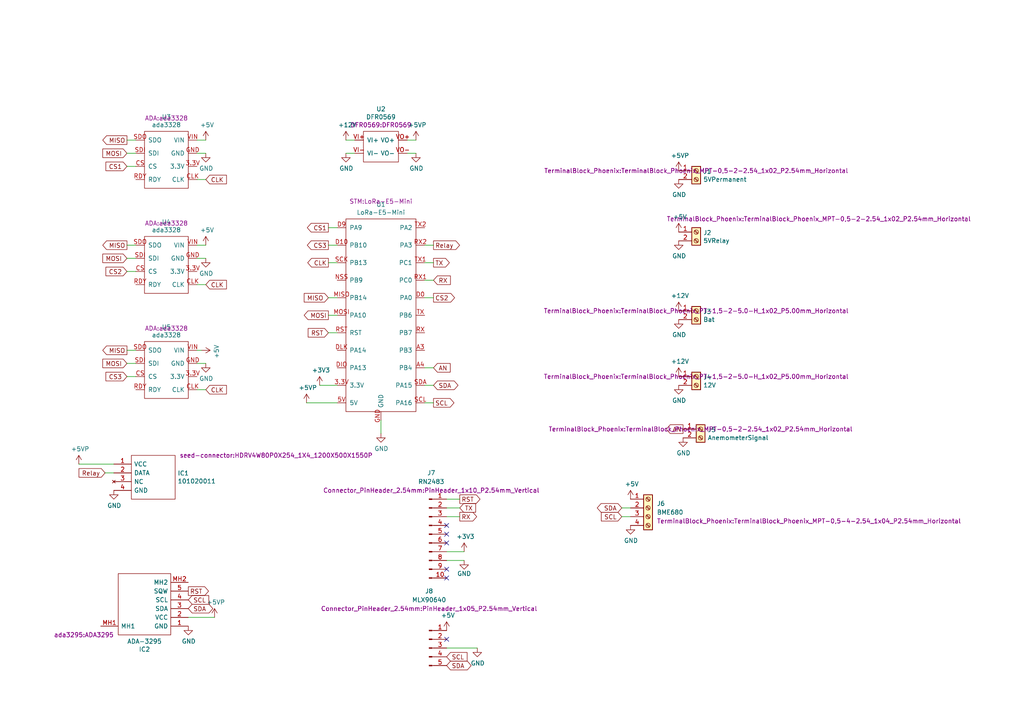
<source format=kicad_sch>
(kicad_sch (version 20211123) (generator eeschema)
  (paper "A4")
  (lib_symbols
    (symbol "ADA:ada3328" (pin_names (offset 1.016))
      (property "Reference" "U" (at 0 11.43 0))
      (property "Value" "ada3328" (at 0 9.4234 0))
      (symbol "ada3328_0_1"
        (rectangle (start -6.35 7.62) (end 6.35 -8.89))
      )
      (symbol "ada3328_1_1"
        (pin power_in line (at 8.89 -2.54 180) (length 2.54) (name "3.3V") (number "3.3V"))
        (pin input line (at 8.89 -6.35 180) (length 2.54) (name "CLK") (number "CLK"))
        (pin input line (at -8.89 -2.54 0) (length 2.54) (name "CS") (number "CS"))
        (pin power_in line (at 8.89 1.27 180) (length 2.54) (name "GND") (number "GND"))
        (pin input line (at -8.89 -6.35 0) (length 2.54) (name "RDY") (number "RDY"))
        (pin input line (at -8.89 1.27 0) (length 2.54) (name "SDI") (number "SDI"))
        (pin output line (at -8.89 5.08 0) (length 2.54) (name "SDO") (number "SDO"))
        (pin power_in line (at 8.89 5.08 180) (length 2.54) (name "VIN") (number "VIN"))
      )
    )
    (symbol "Connector:Conn_01x05_Male" (pin_names (offset 1.016) hide)
      (property "Reference" "J" (at 0 7.62 0))
      (property "Value" "Conn_01x05_Male" (at 0 -7.62 0))
      (symbol "Conn_01x05_Male_1_1"
        (polyline (pts (xy 1.27 -5.08) (xy 0.8636 -5.08)) (stroke (width 0.1524)))
        (polyline (pts (xy 1.27 -2.54) (xy 0.8636 -2.54)) (stroke (width 0.1524)))
        (polyline (pts (xy 1.27 0) (xy 0.8636 0)) (stroke (width 0.1524)))
        (polyline (pts (xy 1.27 2.54) (xy 0.8636 2.54)) (stroke (width 0.1524)))
        (polyline (pts (xy 1.27 5.08) (xy 0.8636 5.08)) (stroke (width 0.1524)))
        (rectangle (start 0.8636 -4.953) (end 0 -5.207) (stroke (width 0.1524)) (fill (type outline)))
        (rectangle (start 0.8636 -2.413) (end 0 -2.667) (stroke (width 0.1524)) (fill (type outline)))
        (rectangle (start 0.8636 0.127) (end 0 -0.127) (stroke (width 0.1524)) (fill (type outline)))
        (rectangle (start 0.8636 2.667) (end 0 2.413) (stroke (width 0.1524)) (fill (type outline)))
        (rectangle (start 0.8636 5.207) (end 0 4.953) (stroke (width 0.1524)) (fill (type outline)))
        (pin passive line (at 5.08 5.08 180) (length 3.81) (name "Pin_1") (number "1"))
        (pin passive line (at 5.08 2.54 180) (length 3.81) (name "Pin_2") (number "2"))
        (pin passive line (at 5.08 0 180) (length 3.81) (name "Pin_3") (number "3"))
        (pin passive line (at 5.08 -2.54 180) (length 3.81) (name "Pin_4") (number "4"))
        (pin passive line (at 5.08 -5.08 180) (length 3.81) (name "Pin_5") (number "5"))
      )
    )
    (symbol "Connector:Conn_01x10_Male" (pin_names (offset 1.016) hide)
      (property "Reference" "J" (at 0 12.7 0))
      (property "Value" "Conn_01x10_Male" (at 0 -15.24 0))
      (symbol "Conn_01x10_Male_1_1"
        (polyline (pts (xy 1.27 -12.7) (xy 0.8636 -12.7)) (stroke (width 0.1524)))
        (polyline (pts (xy 1.27 -10.16) (xy 0.8636 -10.16)) (stroke (width 0.1524)))
        (polyline (pts (xy 1.27 -7.62) (xy 0.8636 -7.62)) (stroke (width 0.1524)))
        (polyline (pts (xy 1.27 -5.08) (xy 0.8636 -5.08)) (stroke (width 0.1524)))
        (polyline (pts (xy 1.27 -2.54) (xy 0.8636 -2.54)) (stroke (width 0.1524)))
        (polyline (pts (xy 1.27 0) (xy 0.8636 0)) (stroke (width 0.1524)))
        (polyline (pts (xy 1.27 2.54) (xy 0.8636 2.54)) (stroke (width 0.1524)))
        (polyline (pts (xy 1.27 5.08) (xy 0.8636 5.08)) (stroke (width 0.1524)))
        (polyline (pts (xy 1.27 7.62) (xy 0.8636 7.62)) (stroke (width 0.1524)))
        (polyline (pts (xy 1.27 10.16) (xy 0.8636 10.16)) (stroke (width 0.1524)))
        (rectangle (start 0.8636 -12.573) (end 0 -12.827) (stroke (width 0.1524)) (fill (type outline)))
        (rectangle (start 0.8636 -10.033) (end 0 -10.287) (stroke (width 0.1524)) (fill (type outline)))
        (rectangle (start 0.8636 -7.493) (end 0 -7.747) (stroke (width 0.1524)) (fill (type outline)))
        (rectangle (start 0.8636 -4.953) (end 0 -5.207) (stroke (width 0.1524)) (fill (type outline)))
        (rectangle (start 0.8636 -2.413) (end 0 -2.667) (stroke (width 0.1524)) (fill (type outline)))
        (rectangle (start 0.8636 0.127) (end 0 -0.127) (stroke (width 0.1524)) (fill (type outline)))
        (rectangle (start 0.8636 2.667) (end 0 2.413) (stroke (width 0.1524)) (fill (type outline)))
        (rectangle (start 0.8636 5.207) (end 0 4.953) (stroke (width 0.1524)) (fill (type outline)))
        (rectangle (start 0.8636 7.747) (end 0 7.493) (stroke (width 0.1524)) (fill (type outline)))
        (rectangle (start 0.8636 10.287) (end 0 10.033) (stroke (width 0.1524)) (fill (type outline)))
        (pin passive line (at 5.08 10.16 180) (length 3.81) (name "Pin_1") (number "1"))
        (pin passive line (at 5.08 -12.7 180) (length 3.81) (name "Pin_10") (number "10"))
        (pin passive line (at 5.08 7.62 180) (length 3.81) (name "Pin_2") (number "2"))
        (pin passive line (at 5.08 5.08 180) (length 3.81) (name "Pin_3") (number "3"))
        (pin passive line (at 5.08 2.54 180) (length 3.81) (name "Pin_4") (number "4"))
        (pin passive line (at 5.08 0 180) (length 3.81) (name "Pin_5") (number "5"))
        (pin passive line (at 5.08 -2.54 180) (length 3.81) (name "Pin_6") (number "6"))
        (pin passive line (at 5.08 -5.08 180) (length 3.81) (name "Pin_7") (number "7"))
        (pin passive line (at 5.08 -7.62 180) (length 3.81) (name "Pin_8") (number "8"))
        (pin passive line (at 5.08 -10.16 180) (length 3.81) (name "Pin_9") (number "9"))
      )
    )
    (symbol "Connector:Screw_Terminal_01x02" (pin_names (offset 1.016) hide)
      (property "Reference" "J" (at 0 2.54 0))
      (property "Value" "Screw_Terminal_01x02" (at 0 -5.08 0))
      (symbol "Screw_Terminal_01x02_1_1"
        (rectangle (start -1.27 1.27) (end 1.27 -3.81) (stroke (width 0.254)) (fill (type background)))
        (circle (center 0 -2.54) (radius 0.635) (stroke (width 0.1524)))
        (polyline (pts (xy -0.5334 -2.2098) (xy 0.3302 -3.048)) (stroke (width 0.1524)))
        (polyline (pts (xy -0.5334 0.3302) (xy 0.3302 -0.508)) (stroke (width 0.1524)))
        (polyline (pts (xy -0.3556 -2.032) (xy 0.508 -2.8702)) (stroke (width 0.1524)))
        (polyline (pts (xy -0.3556 0.508) (xy 0.508 -0.3302)) (stroke (width 0.1524)))
        (circle (center 0 0) (radius 0.635) (stroke (width 0.1524)))
        (pin passive line (at -5.08 0 0) (length 3.81) (name "Pin_1") (number "1"))
        (pin passive line (at -5.08 -2.54 0) (length 3.81) (name "Pin_2") (number "2"))
      )
    )
    (symbol "Connector:Screw_Terminal_01x04" (pin_names (offset 1.016) hide)
      (property "Reference" "J" (at 0 5.08 0))
      (property "Value" "Screw_Terminal_01x04" (at 0 -7.62 0))
      (symbol "Screw_Terminal_01x04_1_1"
        (rectangle (start -1.27 3.81) (end 1.27 -6.35) (stroke (width 0.254)) (fill (type background)))
        (circle (center 0 -5.08) (radius 0.635) (stroke (width 0.1524)))
        (circle (center 0 -2.54) (radius 0.635) (stroke (width 0.1524)))
        (polyline (pts (xy -0.5334 -4.7498) (xy 0.3302 -5.588)) (stroke (width 0.1524)))
        (polyline (pts (xy -0.5334 -2.2098) (xy 0.3302 -3.048)) (stroke (width 0.1524)))
        (polyline (pts (xy -0.5334 0.3302) (xy 0.3302 -0.508)) (stroke (width 0.1524)))
        (polyline (pts (xy -0.5334 2.8702) (xy 0.3302 2.032)) (stroke (width 0.1524)))
        (polyline (pts (xy -0.3556 -4.572) (xy 0.508 -5.4102)) (stroke (width 0.1524)))
        (polyline (pts (xy -0.3556 -2.032) (xy 0.508 -2.8702)) (stroke (width 0.1524)))
        (polyline (pts (xy -0.3556 0.508) (xy 0.508 -0.3302)) (stroke (width 0.1524)))
        (polyline (pts (xy -0.3556 3.048) (xy 0.508 2.2098)) (stroke (width 0.1524)))
        (circle (center 0 0) (radius 0.635) (stroke (width 0.1524)))
        (circle (center 0 2.54) (radius 0.635) (stroke (width 0.1524)))
        (pin passive line (at -5.08 2.54 0) (length 3.81) (name "Pin_1") (number "1"))
        (pin passive line (at -5.08 0 0) (length 3.81) (name "Pin_2") (number "2"))
        (pin passive line (at -5.08 -2.54 0) (length 3.81) (name "Pin_3") (number "3"))
        (pin passive line (at -5.08 -5.08 0) (length 3.81) (name "Pin_4") (number "4"))
      )
    )
    (symbol "DFR0569:DFR0569" (pin_names (offset 1.016))
      (property "Reference" "U" (at 0 0 0))
      (property "Value" "DFR0569" (at 0 -2.54 0))
      (symbol "DFR0569_0_1"
        (rectangle (start -5.08 -5.08) (end 5.08 -13.97))
      )
      (symbol "DFR0569_1_1"
        (pin input line (at -7.62 -7.62 0) (length 2.54) (name "VI+") (number "VI+"))
        (pin input line (at -7.62 -11.43 0) (length 2.54) (name "VI-") (number "VI-"))
        (pin output line (at 7.62 -7.62 180) (length 2.54) (name "VO+") (number "VO+"))
        (pin output line (at 7.62 -11.43 180) (length 2.54) (name "VO-") (number "VO-"))
      )
    )
    (symbol "STM:LoRa-E5-Mini" (pin_names (offset 1.016))
      (property "Reference" "U" (at 0 33.02 0))
      (property "Value" "LoRa-E5-Mini" (at 0 31.0134 0))
      (property "Footprint" "STM:LoRa-E5-Mini" (at 0 33.02 0))
      (symbol "LoRa-E5-Mini_0_1"
        (rectangle (start -10.16 27.94) (end 10.16 -27.94))
      )
      (symbol "LoRa-E5-Mini_1_1"
        (pin power_in line (at -12.7 -20.32 0) (length 2.54) (name "3.3V") (number "3.3V"))
        (pin power_in line (at -12.7 -25.4 0) (length 2.54) (name "5V") (number "5V"))
        (pin input line (at 12.7 -10.16 180) (length 2.54) (name "PB3") (number "A3"))
        (pin input line (at 12.7 -15.24 180) (length 2.54) (name "PB4") (number "A4"))
        (pin bidirectional line (at 12.7 5.08 180) (length 2.54) (name "PA0") (number "D0"))
        (pin bidirectional line (at -12.7 20.32 0) (length 2.54) (name "PB10") (number "D10"))
        (pin bidirectional line (at -12.7 25.4 0) (length 2.54) (name "PA9") (number "D9"))
        (pin unspecified line (at -12.7 -15.24 0) (length 2.54) (name "PA13") (number "DIO"))
        (pin unspecified line (at -12.7 -10.16 0) (length 2.54) (name "PA14") (number "DLK"))
        (pin power_in line (at 0 -30.48 90) (length 2.54) (name "GND") (number "GND"))
        (pin input line (at -12.7 5.08 0) (length 2.54) (name "PB14") (number "MISO"))
        (pin output line (at -12.7 0 0) (length 2.54) (name "PA10") (number "MOSI"))
        (pin output line (at -12.7 10.16 0) (length 2.54) (name "PB9") (number "NSS"))
        (pin input line (at -12.7 -5.08 0) (length 2.54) (name "RST") (number "RST"))
        (pin input line (at 12.7 -5.08 180) (length 2.54) (name "PB7") (number "RX"))
        (pin input line (at 12.7 10.16 180) (length 2.54) (name "PC0") (number "RX1"))
        (pin input line (at 12.7 20.32 180) (length 2.54) (name "PA3") (number "RX2"))
        (pin output line (at -12.7 15.24 0) (length 2.54) (name "PB13") (number "SCK"))
        (pin output line (at 12.7 -25.4 180) (length 2.54) (name "PA16") (number "SCL"))
        (pin bidirectional line (at 12.7 -20.32 180) (length 2.54) (name "PA15") (number "SDA"))
        (pin output line (at 12.7 0 180) (length 2.54) (name "PB6") (number "TX"))
        (pin output line (at 12.7 15.24 180) (length 2.54) (name "PC1") (number "TX1"))
        (pin output line (at 12.7 25.4 180) (length 2.54) (name "PA2") (number "TX2"))
      )
    )
    (symbol "ada3295:ADA-3295" (pin_names (offset 0.762))
      (property "Reference" "IC" (at 21.59 7.62 0))
      (property "Value" "ADA-3295" (at 21.59 5.08 0))
      (symbol "ADA-3295_0_0"
        (pin passive line (at 0 0 0) (length 5.08) (name "GND") (number "1"))
        (pin passive line (at 0 -2.54 0) (length 5.08) (name "VCC") (number "2"))
        (pin passive line (at 0 -5.08 0) (length 5.08) (name "SDA") (number "3"))
        (pin passive line (at 0 -7.62 0) (length 5.08) (name "SCL") (number "4"))
        (pin passive line (at 0 -10.16 0) (length 5.08) (name "SQW") (number "5"))
        (pin passive line (at 25.4 0 180) (length 5.08) (name "MH1") (number "MH1"))
        (pin passive line (at 0 -12.7 0) (length 5.08) (name "MH2") (number "MH2"))
      )
      (symbol "ADA-3295_0_1"
        (polyline (pts (xy 5.08 2.54) (xy 20.32 2.54) (xy 20.32 -15.24) (xy 5.08 -15.24) (xy 5.08 2.54)) (stroke (width 0.1524)))
      )
    )
    (symbol "demonstrateur-rescue:+3.3V-power" (power) (pin_names (offset 0))
      (property "Value" "+3.3V-power" (at 0 3.556 0))
      (symbol "+3.3V-power_0_1"
        (polyline (pts (xy -0.762 1.27) (xy 0 2.54)))
        (polyline (pts (xy 0 0) (xy 0 2.54)))
        (polyline (pts (xy 0 2.54) (xy 0.762 1.27)))
      )
      (symbol "+3.3V-power_1_1"
        (pin power_in line (at 0 0 90) (length 0) hide (name "+3V3") (number "1"))
      )
    )
    (symbol "power:+12V" (power) (pin_names (offset 0))
      (property "Value" "+12V" (at 0 3.556 0))
      (symbol "+12V_0_1"
        (polyline (pts (xy -0.762 1.27) (xy 0 2.54)))
        (polyline (pts (xy 0 0) (xy 0 2.54)))
        (polyline (pts (xy 0 2.54) (xy 0.762 1.27)))
      )
      (symbol "+12V_1_1"
        (pin power_in line (at 0 0 90) (length 0) hide (name "+12V") (number "1"))
      )
    )
    (symbol "power:+5V" (power) (pin_names (offset 0))
      (property "Value" "+5V" (at 0 3.556 0))
      (symbol "+5V_0_1"
        (polyline (pts (xy -0.762 1.27) (xy 0 2.54)))
        (polyline (pts (xy 0 0) (xy 0 2.54)))
        (polyline (pts (xy 0 2.54) (xy 0.762 1.27)))
      )
      (symbol "+5V_1_1"
        (pin power_in line (at 0 0 90) (length 0) hide (name "+5V") (number "1"))
      )
    )
    (symbol "power:+5VP" (power) (pin_names (offset 0))
      (property "Value" "+5VP" (at 0 3.556 0))
      (symbol "+5VP_0_1"
        (polyline (pts (xy -0.762 1.27) (xy 0 2.54)))
        (polyline (pts (xy 0 0) (xy 0 2.54)))
        (polyline (pts (xy 0 2.54) (xy 0.762 1.27)))
      )
      (symbol "+5VP_1_1"
        (pin power_in line (at 0 0 90) (length 0) hide (name "+5VP") (number "1"))
      )
    )
    (symbol "power:GND" (power) (pin_names (offset 0))
      (property "Value" "GND" (at 0 -3.81 0))
      (symbol "GND_0_1"
        (polyline (pts (xy 0 0) (xy 0 -1.27) (xy 1.27 -1.27) (xy 0 -2.54) (xy -1.27 -1.27) (xy 0 -1.27)))
      )
      (symbol "GND_1_1"
        (pin power_in line (at 0 0 270) (length 0) hide (name "GND") (number "1"))
      )
    )
    (symbol "seed-connector:101020011" (pin_names (offset 0.762))
      (property "Reference" "IC" (at 19.05 7.62 0))
      (property "Value" "101020011" (at 19.05 5.08 0))
      (symbol "101020011_0_0"
        (pin passive line (at 0 0 0) (length 5.08) (name "VCC") (number "1"))
        (pin passive line (at 0 -2.54 0) (length 5.08) (name "DATA") (number "2"))
        (pin no_connect line (at 0 -5.08 0) (length 5.08) (name "NC") (number "3"))
        (pin passive line (at 0 -7.62 0) (length 5.08) (name "GND") (number "4"))
      )
      (symbol "101020011_0_1"
        (polyline (pts (xy 5.08 2.54) (xy 17.78 2.54) (xy 17.78 -10.16) (xy 5.08 -10.16) (xy 5.08 2.54)) (stroke (width 0.1524)))
      )
    )
  )
  (no_connect (at 129.54 152.4))
  (no_connect (at 129.54 165.1))
  (no_connect (at 129.54 185.42))
  (no_connect (at 129.54 167.64))
  (no_connect (at 129.54 157.48))
  (no_connect (at 129.54 154.94))
  (wire (pts (xy 54.61 179.07) (xy 62.23 179.07)))
  (wire (pts (xy 123.19 81.28) (xy 125.73 81.28)))
  (wire (pts (xy 57.15 52.07) (xy 59.69 52.07)))
  (wire (pts (xy 95.25 91.44) (xy 97.79 91.44)))
  (wire (pts (xy 100.33 40.64) (xy 102.87 40.64)))
  (wire (pts (xy 129.54 187.96) (xy 138.43 187.96)))
  (wire (pts (xy 36.83 74.93) (xy 39.37 74.93)))
  (wire (pts (xy 102.87 44.45) (xy 100.33 44.45)))
  (wire (pts (xy 180.34 147.32) (xy 182.88 147.32)))
  (wire (pts (xy 125.73 76.2) (xy 123.19 76.2)))
  (wire (pts (xy 123.19 71.12) (xy 125.73 71.12)))
  (wire (pts (xy 129.54 147.32) (xy 133.35 147.32)))
  (wire (pts (xy 110.49 121.92) (xy 110.49 125.73)))
  (wire (pts (xy 95.25 71.12) (xy 97.79 71.12)))
  (wire (pts (xy 30.48 137.16) (xy 33.02 137.16)))
  (wire (pts (xy 95.25 66.04) (xy 97.79 66.04)))
  (wire (pts (xy 36.83 101.6) (xy 39.37 101.6)))
  (wire (pts (xy 36.83 71.12) (xy 39.37 71.12)))
  (wire (pts (xy 125.73 106.68) (xy 123.19 106.68)))
  (wire (pts (xy 59.69 74.93) (xy 57.15 74.93)))
  (wire (pts (xy 36.83 105.41) (xy 39.37 105.41)))
  (wire (pts (xy 88.9 116.84) (xy 97.79 116.84)))
  (wire (pts (xy 57.15 82.55) (xy 59.69 82.55)))
  (wire (pts (xy 123.19 86.36) (xy 125.73 86.36)))
  (wire (pts (xy 57.15 101.6) (xy 58.42 101.6)))
  (wire (pts (xy 123.19 111.76) (xy 125.73 111.76)))
  (wire (pts (xy 97.79 111.76) (xy 92.71 111.76)))
  (wire (pts (xy 36.83 78.74) (xy 39.37 78.74)))
  (wire (pts (xy 36.83 48.26) (xy 39.37 48.26)))
  (wire (pts (xy 36.83 40.64) (xy 39.37 40.64)))
  (wire (pts (xy 22.86 134.62) (xy 33.02 134.62)))
  (wire (pts (xy 129.54 160.02) (xy 134.62 160.02)))
  (wire (pts (xy 36.83 109.22) (xy 39.37 109.22)))
  (wire (pts (xy 118.11 40.64) (xy 120.65 40.64)))
  (wire (pts (xy 129.54 144.78) (xy 133.35 144.78)))
  (wire (pts (xy 180.34 149.86) (xy 182.88 149.86)))
  (wire (pts (xy 129.54 149.86) (xy 133.35 149.86)))
  (wire (pts (xy 123.19 116.84) (xy 125.73 116.84)))
  (wire (pts (xy 57.15 113.03) (xy 59.69 113.03)))
  (wire (pts (xy 59.69 44.45) (xy 57.15 44.45)))
  (wire (pts (xy 57.15 40.64) (xy 59.69 40.64)))
  (wire (pts (xy 36.83 44.45) (xy 39.37 44.45)))
  (wire (pts (xy 120.65 44.45) (xy 118.11 44.45)))
  (wire (pts (xy 57.15 71.12) (xy 59.69 71.12)))
  (wire (pts (xy 59.69 105.41) (xy 57.15 105.41)))
  (wire (pts (xy 95.25 96.52) (xy 97.79 96.52)))
  (wire (pts (xy 95.25 76.2) (xy 97.79 76.2)))
  (wire (pts (xy 129.54 162.56) (xy 134.62 162.56)))
  (wire (pts (xy 95.25 86.36) (xy 97.79 86.36)))
  (global_label "MOSI" (shape output) (at 95.25 91.44 180) (property "Intersheet References" "${INTERSHEET_REFS}" (effects hide)))
  (global_label "SDA" (shape bidirectional) (at 125.73 111.76 0) (property "Intersheet References" "${INTERSHEET_REFS}" (effects hide)))
  (global_label "CS1" (shape input) (at 36.83 48.26 180) (property "Intersheet References" "${INTERSHEET_REFS}" (effects hide)))
  (global_label "MOSI" (shape input) (at 36.83 74.93 180) (property "Intersheet References" "${INTERSHEET_REFS}" (effects hide)))
  (global_label "TX" (shape input) (at 133.35 147.32 0) (property "Intersheet References" "${INTERSHEET_REFS}" (effects hide)))
  (global_label "SDA" (shape bidirectional) (at 180.34 147.32 180) (property "Intersheet References" "${INTERSHEET_REFS}" (effects hide)))
  (global_label "MISO" (shape input) (at 95.25 86.36 180) (property "Intersheet References" "${INTERSHEET_REFS}" (effects hide)))
  (global_label "CS2" (shape output) (at 125.73 86.36 0) (property "Intersheet References" "${INTERSHEET_REFS}" (effects hide)))
  (global_label "CS3" (shape output) (at 95.25 71.12 180) (property "Intersheet References" "${INTERSHEET_REFS}" (effects hide)))
  (global_label "RX" (shape output) (at 133.35 149.86 0) (property "Intersheet References" "${INTERSHEET_REFS}" (effects hide)))
  (global_label "MISO" (shape output) (at 36.83 40.64 180) (property "Intersheet References" "${INTERSHEET_REFS}" (effects hide)))
  (global_label "RST" (shape output) (at 54.61 171.45 0) (property "Intersheet References" "${INTERSHEET_REFS}" (effects hide)))
  (global_label "CS1" (shape output) (at 95.25 66.04 180) (property "Intersheet References" "${INTERSHEET_REFS}" (effects hide)))
  (global_label "CLK" (shape output) (at 95.25 76.2 180) (property "Intersheet References" "${INTERSHEET_REFS}" (effects hide)))
  (global_label "MISO" (shape output) (at 36.83 71.12 180) (property "Intersheet References" "${INTERSHEET_REFS}" (effects hide)))
  (global_label "CS2" (shape input) (at 36.83 78.74 180) (property "Intersheet References" "${INTERSHEET_REFS}" (effects hide)))
  (global_label "CS3" (shape input) (at 36.83 109.22 180) (property "Intersheet References" "${INTERSHEET_REFS}" (effects hide)))
  (global_label "RX" (shape input) (at 125.73 81.28 0) (property "Intersheet References" "${INTERSHEET_REFS}" (effects hide)))
  (global_label "AN" (shape input) (at 125.73 106.68 0) (property "Intersheet References" "${INTERSHEET_REFS}" (effects hide)))
  (global_label "RST" (shape input) (at 95.25 96.52 180) (property "Intersheet References" "${INTERSHEET_REFS}" (effects hide)))
  (global_label "CLK" (shape input) (at 59.69 52.07 0) (property "Intersheet References" "${INTERSHEET_REFS}" (effects hide)))
  (global_label "SCL" (shape input) (at 129.54 190.5 0) (property "Intersheet References" "${INTERSHEET_REFS}" (effects hide)))
  (global_label "RST" (shape output) (at 133.35 144.78 0) (property "Intersheet References" "${INTERSHEET_REFS}" (effects hide)))
  (global_label "SCL" (shape output) (at 125.73 116.84 0) (property "Intersheet References" "${INTERSHEET_REFS}" (effects hide)))
  (global_label "MOSI" (shape input) (at 36.83 44.45 180) (property "Intersheet References" "${INTERSHEET_REFS}" (effects hide)))
  (global_label "TX" (shape output) (at 125.73 76.2 0) (property "Intersheet References" "${INTERSHEET_REFS}" (effects hide)))
  (global_label "Relay" (shape output) (at 125.73 71.12 0) (property "Intersheet References" "${INTERSHEET_REFS}" (effects hide)))
  (global_label "AN" (shape output) (at 198.12 124.46 180) (property "Intersheet References" "${INTERSHEET_REFS}" (effects hide)))
  (global_label "SDA" (shape bidirectional) (at 129.54 193.04 0) (property "Intersheet References" "${INTERSHEET_REFS}" (effects hide)))
  (global_label "SDA" (shape bidirectional) (at 54.61 176.53 0) (property "Intersheet References" "${INTERSHEET_REFS}" (effects hide)))
  (global_label "MOSI" (shape input) (at 36.83 105.41 180) (property "Intersheet References" "${INTERSHEET_REFS}" (effects hide)))
  (global_label "CLK" (shape input) (at 59.69 113.03 0) (property "Intersheet References" "${INTERSHEET_REFS}" (effects hide)))
  (global_label "Relay" (shape input) (at 30.48 137.16 180) (property "Intersheet References" "${INTERSHEET_REFS}" (effects hide)))
  (global_label "MISO" (shape output) (at 36.83 101.6 180) (property "Intersheet References" "${INTERSHEET_REFS}" (effects hide)))
  (global_label "SCL" (shape input) (at 54.61 173.99 0) (property "Intersheet References" "${INTERSHEET_REFS}" (effects hide)))
  (global_label "SCL" (shape input) (at 180.34 149.86 180) (property "Intersheet References" "${INTERSHEET_REFS}" (effects hide)))
  (global_label "CLK" (shape input) (at 59.69 82.55 0) (property "Intersheet References" "${INTERSHEET_REFS}" (effects hide)))
  (symbol (lib_id "STM:LoRa-E5-Mini") (at 110.49 91.44 0) (unit 1)
    (property "Reference" "U1" (at 110.49 59.309 0))
    (property "Value" "LoRa-E5-Mini" (at 110.49 61.6204 0))
    (property "Footprint" "STM:LoRa-E5-Mini" (at 110.49 58.42 0))
  )
  (symbol (lib_id "ADA:ada3328") (at 48.26 45.72 0) (unit 1)
    (property "Reference" "U3" (at 48.26 33.909 0))
    (property "Value" "ada3328" (at 48.26 36.2204 0))
    (property "Footprint" "ADA:ada3328" (at 48.26 34.29 0))
  )
  (symbol (lib_id "ADA:ada3328") (at 48.26 76.2 0) (unit 1)
    (property "Reference" "U4" (at 48.26 64.389 0))
    (property "Value" "ada3328" (at 48.26 66.7004 0))
    (property "Footprint" "ADA:ada3328" (at 48.26 64.77 0))
  )
  (symbol (lib_id "ADA:ada3328") (at 48.26 106.68 0) (unit 1)
    (property "Reference" "U5" (at 48.26 94.869 0))
    (property "Value" "ada3328" (at 48.26 97.1804 0))
    (property "Footprint" "ADA:ada3328" (at 48.26 95.25 0))
  )
  (symbol (lib_id "Connector:Screw_Terminal_01x02") (at 201.93 49.53 0) (unit 1)
    (property "Reference" "J1" (at 203.962 49.7332 0) (effects (justify left)))
    (property "Value" "5VPermanent" (at 203.962 52.0446 0) (effects (justify left)))
    (property "Footprint" "TerminalBlock_Phoenix:TerminalBlock_Phoenix_MPT-0,5-2-2.54_1x02_P2.54mm_Horizontal" (at 201.93 49.53 0))
  )
  (symbol (lib_id "power:GND") (at 196.85 52.07 0) (unit 1)
    (property "Reference" "#PWR0116" (effects hide))
    (property "Value" "GND" (at 196.977 56.4642 0))
  )
  (symbol (lib_id "power:GND") (at 110.49 125.73 0) (unit 1)
    (property "Reference" "#PWR0119" (effects hide))
    (property "Value" "GND" (at 110.617 130.1242 0))
  )
  (symbol (lib_id "power:+5V") (at 58.42 101.6 270) (unit 1)
    (property "Reference" "#PWR0104" (effects hide))
    (property "Value" "+5V" (at 62.8142 101.981 0))
  )
  (symbol (lib_id "power:+5V") (at 59.69 71.12 0) (unit 1)
    (property "Reference" "#PWR0101" (effects hide))
    (property "Value" "+5V" (at 60.071 66.7258 0))
  )
  (symbol (lib_id "power:+5V") (at 59.69 40.64 0) (unit 1)
    (property "Reference" "#PWR0102" (effects hide))
    (property "Value" "+5V" (at 60.071 36.2458 0))
  )
  (symbol (lib_id "Connector:Screw_Terminal_01x02") (at 203.2 124.46 0) (unit 1)
    (property "Reference" "J5" (at 205.232 124.6632 0) (effects (justify left)))
    (property "Value" "AnemometerSignal" (at 205.232 126.9746 0) (effects (justify left)))
    (property "Footprint" "TerminalBlock_Phoenix:TerminalBlock_Phoenix_MPT-0,5-2-2.54_1x02_P2.54mm_Horizontal" (at 203.2 124.46 0))
  )
  (symbol (lib_id "power:GND") (at 198.12 127 0) (unit 1)
    (property "Reference" "#PWR0124" (effects hide))
    (property "Value" "GND" (at 198.247 131.3942 0))
  )
  (symbol (lib_id "Connector:Screw_Terminal_01x02") (at 201.93 67.31 0) (unit 1)
    (property "Reference" "J2" (at 203.962 67.5132 0) (effects (justify left)))
    (property "Value" "5VRelay" (at 203.962 69.8246 0) (effects (justify left)))
    (property "Footprint" "TerminalBlock_Phoenix:TerminalBlock_Phoenix_MPT-0,5-2-2.54_1x02_P2.54mm_Horizontal" (at 237.49 63.5 0))
  )
  (symbol (lib_id "power:+5V") (at 196.85 67.31 0) (unit 1)
    (property "Reference" "#PWR0115" (effects hide))
    (property "Value" "+5V" (at 197.231 62.9158 0))
  )
  (symbol (lib_id "power:GND") (at 196.85 69.85 0) (unit 1)
    (property "Reference" "#PWR0113" (effects hide))
    (property "Value" "GND" (at 196.977 74.2442 0))
  )
  (symbol (lib_id "Connector:Screw_Terminal_01x02") (at 201.93 109.22 0) (unit 1)
    (property "Reference" "J4" (at 203.962 109.4232 0) (effects (justify left)))
    (property "Value" "12V" (at 203.962 111.7346 0) (effects (justify left)))
    (property "Footprint" "TerminalBlock_Phoenix:TerminalBlock_Phoenix_PT-1,5-2-5.0-H_1x02_P5.00mm_Horizontal" (at 201.93 109.22 0))
  )
  (symbol (lib_id "power:GND") (at 196.85 111.76 0) (unit 1)
    (property "Reference" "#PWR0122" (effects hide))
    (property "Value" "GND" (at 196.977 116.1542 0))
  )
  (symbol (lib_id "Connector:Screw_Terminal_01x02") (at 201.93 90.17 0) (unit 1)
    (property "Reference" "J3" (at 203.962 90.3732 0) (effects (justify left)))
    (property "Value" "Bat" (at 203.962 92.6846 0) (effects (justify left)))
    (property "Footprint" "TerminalBlock_Phoenix:TerminalBlock_Phoenix_PT-1,5-2-5.0-H_1x02_P5.00mm_Horizontal" (at 201.93 90.17 0))
  )
  (symbol (lib_id "power:GND") (at 196.85 92.71 0) (unit 1)
    (property "Reference" "#PWR0118" (effects hide))
    (property "Value" "GND" (at 196.977 97.1042 0))
  )
  (symbol (lib_id "ada3295:ADA-3295") (at 54.61 181.61 180) (unit 1)
    (property "Reference" "IC2" (at 41.91 188.341 0))
    (property "Value" "ADA-3295" (at 41.91 186.0296 0))
    (property "Footprint" "ada3295:ADA3295" (at 33.02 184.15 0) (effects (justify left)))
    (property "Datasheet" "https://learn.adafruit.com/adafruit-pcf8523-real-time-clock/downloads" (effects hide))
    (property "Description" "Real Time Clock module" (effects hide))
    (property "Height" "3.5" (effects hide))
    (property "Manufacturer_Name" "Adafruit" (effects hide))
    (property "Manufacturer_Part_Number" "ADA-3295" (effects hide))
  )
  (symbol (lib_id "power:+12V") (at 196.85 109.22 0) (unit 1)
    (property "Reference" "#PWR0123" (effects hide))
    (property "Value" "+12V" (at 197.231 104.8258 0))
  )
  (symbol (lib_id "power:+12V") (at 196.85 90.17 0) (unit 1)
    (property "Reference" "#PWR0117" (effects hide))
    (property "Value" "+12V" (at 197.231 85.7758 0))
  )
  (symbol (lib_id "seed-connector:101020011") (at 33.02 134.62 0) (unit 1)
    (property "Reference" "IC1" (at 51.5112 137.2616 0) (effects (justify left)))
    (property "Value" "101020011" (at 51.5112 139.573 0) (effects (justify left)))
    (property "Footprint" "seed-connector:HDRV4W80P0X254_1X4_1200X500X1550P" (at 52.07 132.08 0) (effects (justify left)))
    (property "Datasheet" "https://componentsearchengine.com/Datasheets/1/101020011.pdf" (effects hide))
    (property "Description" "Multiple Function Sensor Development Tools Grove - Temp&Humi Sensor" (effects hide))
    (property "Height" "15.5" (effects hide))
    (property "Manufacturer_Name" "Seeed Studio" (effects hide))
    (property "Manufacturer_Part_Number" "101020011" (effects hide))
    (property "Mouser Part Number" "713-101020011" (effects hide))
    (property "Mouser Price/Stock" "https://www.mouser.co.uk/ProductDetail/Seeed-Studio/101020011?qs=1%252B9yuXKSi8Dq%252B99bte6U5Q%3D%3D" (effects hide))
    (property "Arrow Part Number" "101020011" (effects hide))
    (property "Arrow Price/Stock" "https://www.arrow.com/en/products/101020011/seeed-technology-limited?region=nac" (effects hide))
  )
  (symbol (lib_id "DFR0569:DFR0569") (at 110.49 33.02 0) (unit 1)
    (property "Reference" "U2" (at 110.49 31.623 0))
    (property "Value" "DFR0569" (at 110.49 33.9344 0))
    (property "Footprint" "DFR0569:DFR0569" (at 110.49 36.2458 0))
  )
  (symbol (lib_id "power:+5VP") (at 62.23 179.07 0) (unit 1)
    (property "Reference" "#PWR0110" (effects hide))
    (property "Value" "+5VP" (at 62.611 174.6758 0))
  )
  (symbol (lib_id "power:GND") (at 54.61 181.61 0) (unit 1)
    (property "Reference" "#PWR0109" (effects hide))
    (property "Value" "GND" (at 54.737 186.0042 0))
  )
  (symbol (lib_id "power:+12V") (at 100.33 40.64 0) (unit 1)
    (property "Reference" "#PWR0111" (effects hide))
    (property "Value" "+12V" (at 100.711 36.2458 0))
  )
  (symbol (lib_id "power:GND") (at 100.33 44.45 0) (unit 1)
    (property "Reference" "#PWR0112" (effects hide))
    (property "Value" "GND" (at 100.457 48.8442 0))
  )
  (symbol (lib_id "power:+5VP") (at 120.65 40.64 0) (unit 1)
    (property "Reference" "#PWR0125" (effects hide))
    (property "Value" "+5VP" (at 121.031 36.2458 0))
  )
  (symbol (lib_id "power:GND") (at 120.65 44.45 0) (unit 1)
    (property "Reference" "#PWR0126" (effects hide))
    (property "Value" "GND" (at 120.777 48.8442 0))
  )
  (symbol (lib_id "power:+5VP") (at 22.86 134.62 0) (unit 1)
    (property "Reference" "#PWR0103" (effects hide))
    (property "Value" "+5VP" (at 23.241 130.2258 0))
  )
  (symbol (lib_id "power:GND") (at 33.02 142.24 0) (unit 1)
    (property "Reference" "#PWR0107" (effects hide))
    (property "Value" "GND" (at 33.147 146.6342 0))
  )
  (symbol (lib_id "power:GND") (at 182.88 152.4 0) (unit 1)
    (property "Reference" "#PWR0121" (effects hide))
    (property "Value" "GND" (at 183.007 156.7942 0))
  )
  (symbol (lib_id "power:+5VP") (at 88.9 116.84 0) (unit 1)
    (property "Reference" "#PWR0106" (effects hide))
    (property "Value" "+5VP" (at 89.281 112.4458 0))
  )
  (symbol (lib_id "demonstrateur-rescue:+3.3V-power") (at 92.71 111.76 0) (unit 1)
    (property "Reference" "#PWR0108" (effects hide))
    (property "Value" "+3.3V" (at 93.091 107.3658 0))
  )
  (symbol (lib_id "power:+5VP") (at 196.85 49.53 0) (unit 1)
    (property "Reference" "#PWR0114" (effects hide))
    (property "Value" "+5VP" (at 197.231 45.1358 0))
  )
  (symbol (lib_id "power:+5V") (at 129.54 182.88 0) (unit 1)
    (property "Reference" "#PWR0129" (effects hide))
    (property "Value" "+5V" (at 129.921 178.4858 0))
  )
  (symbol (lib_id "Connector:Screw_Terminal_01x04") (at 187.96 147.32 0) (unit 1)
    (property "Reference" "J6" (at 190.5 146.0499 0) (effects (justify left)))
    (property "Value" "BME680" (at 190.5 148.5899 0) (effects (justify left)))
    (property "Footprint" "TerminalBlock_Phoenix:TerminalBlock_Phoenix_MPT-0,5-4-2.54_1x04_P2.54mm_Horizontal" (at 190.5 151.1299 0) (effects (justify left)))
  )
  (symbol (lib_id "power:GND") (at 138.43 187.96 0) (unit 1)
    (property "Reference" "#PWR0127" (effects hide))
    (property "Value" "GND" (at 138.557 192.3542 0))
  )
  (symbol (lib_id "power:GND") (at 59.69 105.41 0) (unit 1)
    (property "Reference" "#PWR0105" (effects hide))
    (property "Value" "GND" (at 59.817 109.8042 0))
  )
  (symbol (lib_id "power:+5V") (at 182.88 144.78 0) (unit 1)
    (property "Reference" "#PWR0120" (effects hide))
    (property "Value" "+5V" (at 183.261 140.3858 0))
  )
  (symbol (lib_id "Connector:Conn_01x10_Male") (at 124.46 154.94 0) (unit 1)
    (property "Reference" "J7" (at 125.095 137.16 0))
    (property "Value" "RN2483" (at 125.095 139.7 0))
    (property "Footprint" "Connector_PinHeader_2.54mm:PinHeader_1x10_P2.54mm_Vertical" (at 125.095 142.24 0))
  )
  (symbol (lib_id "power:GND") (at 59.69 74.93 0) (unit 1)
    (property "Reference" "#PWR0131" (effects hide))
    (property "Value" "GND" (at 59.817 79.3242 0))
  )
  (symbol (lib_id "demonstrateur-rescue:+3.3V-power") (at 134.62 160.02 0) (unit 1)
    (property "Reference" "#PWR0130" (effects hide))
    (property "Value" "+3.3V" (at 135.001 155.6258 0))
  )
  (symbol (lib_id "power:GND") (at 134.62 162.56 0) (unit 1)
    (property "Reference" "#PWR0128" (effects hide))
    (property "Value" "GND" (at 134.62 166.37 0))
  )
  (symbol (lib_id "power:GND") (at 59.69 44.45 0) (unit 1)
    (property "Reference" "#PWR0132" (effects hide))
    (property "Value" "GND" (at 59.817 48.8442 0))
  )
  (symbol (lib_id "Connector:Conn_01x05_Male") (at 124.46 187.96 0) (unit 1)
    (property "Reference" "J8" (at 124.46 171.45 0))
    (property "Value" "MLX90640" (at 124.46 173.99 0))
    (property "Footprint" "Connector_PinHeader_2.54mm:PinHeader_1x05_P2.54mm_Vertical" (at 124.46 176.53 0))
  )
)
</source>
